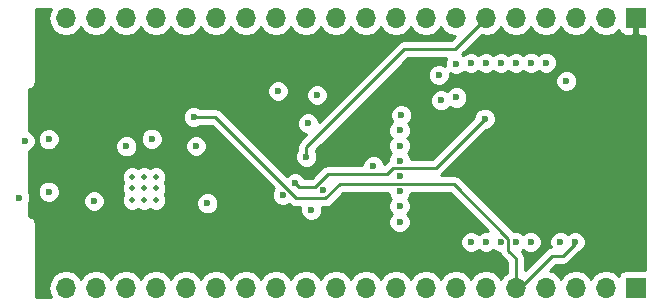
<source format=gbr>
G04 #@! TF.FileFunction,Copper,L2,Inr,Mixed*
%FSLAX46Y46*%
G04 Gerber Fmt 4.6, Leading zero omitted, Abs format (unit mm)*
G04 Created by KiCad (PCBNEW 4.0.4-stable) date 02/22/17 16:36:32*
%MOMM*%
%LPD*%
G01*
G04 APERTURE LIST*
%ADD10C,0.100000*%
%ADD11C,0.500000*%
%ADD12R,1.700000X1.700000*%
%ADD13O,1.700000X1.700000*%
%ADD14C,0.600000*%
%ADD15C,0.254000*%
G04 APERTURE END LIST*
D10*
D11*
X121840000Y-103000000D03*
X122840000Y-103000000D03*
X121840000Y-104000000D03*
X122840000Y-104000000D03*
X122840000Y-102000000D03*
X121840000Y-102000000D03*
X120840000Y-102000000D03*
X120840000Y-103000000D03*
X120840000Y-104000000D03*
D12*
X163490000Y-88570000D03*
D13*
X160950000Y-88570000D03*
X158410000Y-88570000D03*
X155870000Y-88570000D03*
X153330000Y-88570000D03*
X150790000Y-88570000D03*
X148250000Y-88570000D03*
X145710000Y-88570000D03*
X143170000Y-88570000D03*
X140630000Y-88570000D03*
X138090000Y-88570000D03*
X135550000Y-88570000D03*
X133010000Y-88570000D03*
X130470000Y-88570000D03*
X127930000Y-88570000D03*
X125390000Y-88570000D03*
X122850000Y-88570000D03*
X120310000Y-88570000D03*
X117770000Y-88570000D03*
X115230000Y-88570000D03*
D12*
X163490000Y-111430000D03*
D13*
X160950000Y-111430000D03*
X158410000Y-111430000D03*
X155870000Y-111430000D03*
X153330000Y-111430000D03*
X150790000Y-111430000D03*
X148250000Y-111430000D03*
X145710000Y-111430000D03*
X143170000Y-111430000D03*
X140630000Y-111430000D03*
X138090000Y-111430000D03*
X135550000Y-111430000D03*
X133010000Y-111430000D03*
X130470000Y-111430000D03*
X127930000Y-111430000D03*
X125390000Y-111430000D03*
X122850000Y-111430000D03*
X120310000Y-111430000D03*
X117770000Y-111430000D03*
X115230000Y-111430000D03*
D14*
X111290000Y-103810000D03*
X111740000Y-98980000D03*
X136985625Y-103145625D03*
X135720000Y-97490000D03*
X117620000Y-104070000D03*
X126610000Y-92650000D03*
X129360000Y-92650000D03*
X137400000Y-94300000D03*
X116980000Y-93220000D03*
X157600000Y-93900000D03*
X141260000Y-101110000D03*
X136010000Y-104800000D03*
X148300000Y-95300000D03*
X133200000Y-94740002D03*
X136500000Y-95100000D03*
X158330000Y-107540000D03*
X126050000Y-96960000D03*
X126241384Y-99403063D03*
X135600001Y-100299999D03*
X155880000Y-92350000D03*
X148270000Y-92443053D03*
X147000000Y-95550000D03*
X143480000Y-104490000D03*
X146800000Y-93400000D03*
X154610000Y-92360000D03*
X153330000Y-92370000D03*
X152060000Y-92380000D03*
X150790000Y-92380000D03*
X149520000Y-92370000D03*
X143627010Y-96772990D03*
X143480000Y-98080000D03*
X143480000Y-99380000D03*
X157105655Y-107540000D03*
X154570000Y-107540000D03*
X153330000Y-107540000D03*
X152060000Y-107540000D03*
X150810000Y-107540000D03*
X149530000Y-107540000D03*
X143480000Y-105846040D03*
X143480000Y-103240000D03*
X143480000Y-101922067D03*
X143480000Y-100640000D03*
X127210000Y-104260000D03*
X120360000Y-99430000D03*
X133591636Y-103548364D03*
X122487000Y-98802990D03*
X113780000Y-98830000D03*
X113780000Y-103280000D03*
X134640000Y-102545311D03*
X150700000Y-97100000D03*
X150700000Y-97100000D03*
D15*
X128048981Y-97118981D02*
X127890000Y-96960000D01*
X127890000Y-96960000D02*
X126050000Y-96960000D01*
X137190961Y-103827001D02*
X138404963Y-102612999D01*
X148070961Y-102612999D02*
X152702999Y-107245037D01*
X134757001Y-103827001D02*
X137190961Y-103827001D01*
X128047962Y-97120000D02*
X128048981Y-97118981D01*
X152702999Y-107245037D02*
X152702999Y-108302999D01*
X138404963Y-102612999D02*
X148070961Y-102612999D01*
X128048981Y-97118981D02*
X134757001Y-103827001D01*
X152702999Y-108302999D02*
X153330000Y-108930000D01*
X153330000Y-108930000D02*
X153330000Y-111430000D01*
X153330000Y-111430000D02*
X153670000Y-111430000D01*
X153670000Y-111430000D02*
X156400000Y-108700000D01*
X156400000Y-108700000D02*
X157300000Y-108700000D01*
X157300000Y-108700000D02*
X158330000Y-107670000D01*
X158330000Y-107670000D02*
X158330000Y-107540000D01*
X143900000Y-91200000D02*
X148160000Y-91200000D01*
X135600001Y-99499999D02*
X143900000Y-91200000D01*
X135600001Y-100299999D02*
X135600001Y-99499999D01*
X148160000Y-91200000D02*
X150790000Y-88570000D01*
X134640000Y-102545311D02*
X134939999Y-102845310D01*
X136357974Y-102845310D02*
X137403284Y-101800000D01*
X137403284Y-101800000D02*
X142400000Y-101800000D01*
X134939999Y-102845310D02*
X136357974Y-102845310D01*
X142400000Y-101800000D02*
X142932999Y-101267001D01*
X142932999Y-101267001D02*
X146532999Y-101267001D01*
X146532999Y-101267001D02*
X150700000Y-97100000D01*
G36*
X113858039Y-87972622D02*
X113745000Y-88540907D01*
X113745000Y-88599093D01*
X113858039Y-89167378D01*
X114179946Y-89649147D01*
X114661715Y-89971054D01*
X115230000Y-90084093D01*
X115798285Y-89971054D01*
X116280054Y-89649147D01*
X116500000Y-89319974D01*
X116719946Y-89649147D01*
X117201715Y-89971054D01*
X117770000Y-90084093D01*
X118338285Y-89971054D01*
X118820054Y-89649147D01*
X119040000Y-89319974D01*
X119259946Y-89649147D01*
X119741715Y-89971054D01*
X120310000Y-90084093D01*
X120878285Y-89971054D01*
X121360054Y-89649147D01*
X121580000Y-89319974D01*
X121799946Y-89649147D01*
X122281715Y-89971054D01*
X122850000Y-90084093D01*
X123418285Y-89971054D01*
X123900054Y-89649147D01*
X124120000Y-89319974D01*
X124339946Y-89649147D01*
X124821715Y-89971054D01*
X125390000Y-90084093D01*
X125958285Y-89971054D01*
X126440054Y-89649147D01*
X126660000Y-89319974D01*
X126879946Y-89649147D01*
X127361715Y-89971054D01*
X127930000Y-90084093D01*
X128498285Y-89971054D01*
X128980054Y-89649147D01*
X129200000Y-89319974D01*
X129419946Y-89649147D01*
X129901715Y-89971054D01*
X130470000Y-90084093D01*
X131038285Y-89971054D01*
X131520054Y-89649147D01*
X131740000Y-89319974D01*
X131959946Y-89649147D01*
X132441715Y-89971054D01*
X133010000Y-90084093D01*
X133578285Y-89971054D01*
X134060054Y-89649147D01*
X134280000Y-89319974D01*
X134499946Y-89649147D01*
X134981715Y-89971054D01*
X135550000Y-90084093D01*
X136118285Y-89971054D01*
X136600054Y-89649147D01*
X136820000Y-89319974D01*
X137039946Y-89649147D01*
X137521715Y-89971054D01*
X138090000Y-90084093D01*
X138658285Y-89971054D01*
X139140054Y-89649147D01*
X139360000Y-89319974D01*
X139579946Y-89649147D01*
X140061715Y-89971054D01*
X140630000Y-90084093D01*
X141198285Y-89971054D01*
X141680054Y-89649147D01*
X141900000Y-89319974D01*
X142119946Y-89649147D01*
X142601715Y-89971054D01*
X143170000Y-90084093D01*
X143738285Y-89971054D01*
X144220054Y-89649147D01*
X144440000Y-89319974D01*
X144659946Y-89649147D01*
X145141715Y-89971054D01*
X145710000Y-90084093D01*
X146278285Y-89971054D01*
X146760054Y-89649147D01*
X146980000Y-89319974D01*
X147199946Y-89649147D01*
X147681715Y-89971054D01*
X148206858Y-90075512D01*
X147844370Y-90438000D01*
X143900000Y-90438000D01*
X143608395Y-90496004D01*
X143361185Y-90661185D01*
X136655108Y-97367262D01*
X136655162Y-97304833D01*
X136513117Y-96961057D01*
X136250327Y-96697808D01*
X135906799Y-96555162D01*
X135534833Y-96554838D01*
X135191057Y-96696883D01*
X134927808Y-96959673D01*
X134785162Y-97303201D01*
X134784838Y-97675167D01*
X134926883Y-98018943D01*
X135189673Y-98282192D01*
X135533201Y-98424838D01*
X135597476Y-98424894D01*
X135061186Y-98961184D01*
X134896005Y-99208394D01*
X134838001Y-99499999D01*
X134838001Y-99739533D01*
X134807809Y-99769672D01*
X134665163Y-100113200D01*
X134664839Y-100485166D01*
X134806884Y-100828942D01*
X135069674Y-101092191D01*
X135413202Y-101234837D01*
X135785168Y-101235161D01*
X136128944Y-101093116D01*
X136392193Y-100830326D01*
X136534839Y-100486798D01*
X136535163Y-100114832D01*
X136397052Y-99780578D01*
X140442463Y-95735167D01*
X146064838Y-95735167D01*
X146206883Y-96078943D01*
X146469673Y-96342192D01*
X146813201Y-96484838D01*
X147185167Y-96485162D01*
X147528943Y-96343117D01*
X147777183Y-96095310D01*
X148113201Y-96234838D01*
X148485167Y-96235162D01*
X148828943Y-96093117D01*
X149092192Y-95830327D01*
X149234838Y-95486799D01*
X149235162Y-95114833D01*
X149093117Y-94771057D01*
X148830327Y-94507808D01*
X148486799Y-94365162D01*
X148114833Y-94364838D01*
X147771057Y-94506883D01*
X147522817Y-94754690D01*
X147186799Y-94615162D01*
X146814833Y-94614838D01*
X146471057Y-94756883D01*
X146207808Y-95019673D01*
X146065162Y-95363201D01*
X146064838Y-95735167D01*
X140442463Y-95735167D01*
X144215630Y-91962000D01*
X147457348Y-91962000D01*
X147335162Y-92256254D01*
X147334852Y-92612341D01*
X147330327Y-92607808D01*
X146986799Y-92465162D01*
X146614833Y-92464838D01*
X146271057Y-92606883D01*
X146007808Y-92869673D01*
X145865162Y-93213201D01*
X145864838Y-93585167D01*
X146006883Y-93928943D01*
X146269673Y-94192192D01*
X146613201Y-94334838D01*
X146985167Y-94335162D01*
X147328943Y-94193117D01*
X147437081Y-94085167D01*
X156664838Y-94085167D01*
X156806883Y-94428943D01*
X157069673Y-94692192D01*
X157413201Y-94834838D01*
X157785167Y-94835162D01*
X158128943Y-94693117D01*
X158392192Y-94430327D01*
X158534838Y-94086799D01*
X158535162Y-93714833D01*
X158393117Y-93371057D01*
X158130327Y-93107808D01*
X157786799Y-92965162D01*
X157414833Y-92964838D01*
X157071057Y-93106883D01*
X156807808Y-93369673D01*
X156665162Y-93713201D01*
X156664838Y-94085167D01*
X147437081Y-94085167D01*
X147592192Y-93930327D01*
X147734838Y-93586799D01*
X147735148Y-93230712D01*
X147739673Y-93235245D01*
X148083201Y-93377891D01*
X148455167Y-93378215D01*
X148798943Y-93236170D01*
X148931463Y-93103881D01*
X148989673Y-93162192D01*
X149333201Y-93304838D01*
X149705167Y-93305162D01*
X150048943Y-93163117D01*
X150149954Y-93062282D01*
X150259673Y-93172192D01*
X150603201Y-93314838D01*
X150975167Y-93315162D01*
X151318943Y-93173117D01*
X151424954Y-93067290D01*
X151529673Y-93172192D01*
X151873201Y-93314838D01*
X152245167Y-93315162D01*
X152588943Y-93173117D01*
X152699954Y-93062299D01*
X152799673Y-93162192D01*
X153143201Y-93304838D01*
X153515167Y-93305162D01*
X153858943Y-93163117D01*
X153974963Y-93047299D01*
X154079673Y-93152192D01*
X154423201Y-93294838D01*
X154795167Y-93295162D01*
X155138943Y-93153117D01*
X155249954Y-93042299D01*
X155349673Y-93142192D01*
X155693201Y-93284838D01*
X156065167Y-93285162D01*
X156408943Y-93143117D01*
X156672192Y-92880327D01*
X156814838Y-92536799D01*
X156815162Y-92164833D01*
X156673117Y-91821057D01*
X156410327Y-91557808D01*
X156066799Y-91415162D01*
X155694833Y-91414838D01*
X155351057Y-91556883D01*
X155240046Y-91667701D01*
X155140327Y-91567808D01*
X154796799Y-91425162D01*
X154424833Y-91424838D01*
X154081057Y-91566883D01*
X153965037Y-91682701D01*
X153860327Y-91577808D01*
X153516799Y-91435162D01*
X153144833Y-91434838D01*
X152801057Y-91576883D01*
X152690046Y-91687701D01*
X152590327Y-91587808D01*
X152246799Y-91445162D01*
X151874833Y-91444838D01*
X151531057Y-91586883D01*
X151425046Y-91692710D01*
X151320327Y-91587808D01*
X150976799Y-91445162D01*
X150604833Y-91444838D01*
X150261057Y-91586883D01*
X150160046Y-91687718D01*
X150050327Y-91577808D01*
X149706799Y-91435162D01*
X149334833Y-91434838D01*
X148991057Y-91576883D01*
X148858537Y-91709172D01*
X148800327Y-91650861D01*
X148790747Y-91646883D01*
X150425951Y-90011679D01*
X150790000Y-90084093D01*
X151358285Y-89971054D01*
X151840054Y-89649147D01*
X152060000Y-89319974D01*
X152279946Y-89649147D01*
X152761715Y-89971054D01*
X153330000Y-90084093D01*
X153898285Y-89971054D01*
X154380054Y-89649147D01*
X154600000Y-89319974D01*
X154819946Y-89649147D01*
X155301715Y-89971054D01*
X155870000Y-90084093D01*
X156438285Y-89971054D01*
X156920054Y-89649147D01*
X157140000Y-89319974D01*
X157359946Y-89649147D01*
X157841715Y-89971054D01*
X158410000Y-90084093D01*
X158978285Y-89971054D01*
X159460054Y-89649147D01*
X159680000Y-89319974D01*
X159899946Y-89649147D01*
X160381715Y-89971054D01*
X160950000Y-90084093D01*
X161518285Y-89971054D01*
X162000054Y-89649147D01*
X162029403Y-89605223D01*
X162101673Y-89779698D01*
X162280301Y-89958327D01*
X162513690Y-90055000D01*
X163204250Y-90055000D01*
X163363000Y-89896250D01*
X163363000Y-88697000D01*
X163343000Y-88697000D01*
X163343000Y-88443000D01*
X163363000Y-88443000D01*
X163363000Y-88423000D01*
X163617000Y-88423000D01*
X163617000Y-88443000D01*
X163637000Y-88443000D01*
X163637000Y-88697000D01*
X163617000Y-88697000D01*
X163617000Y-89896250D01*
X163775750Y-90055000D01*
X164290000Y-90055000D01*
X164290000Y-109932560D01*
X162640000Y-109932560D01*
X162404683Y-109976838D01*
X162188559Y-110115910D01*
X162043569Y-110328110D01*
X162029914Y-110395541D01*
X162000054Y-110350853D01*
X161518285Y-110028946D01*
X160950000Y-109915907D01*
X160381715Y-110028946D01*
X159899946Y-110350853D01*
X159680000Y-110680026D01*
X159460054Y-110350853D01*
X158978285Y-110028946D01*
X158410000Y-109915907D01*
X157841715Y-110028946D01*
X157359946Y-110350853D01*
X157140000Y-110680026D01*
X156920054Y-110350853D01*
X156438285Y-110028946D01*
X156196732Y-109980898D01*
X156715630Y-109462000D01*
X157300000Y-109462000D01*
X157591605Y-109403996D01*
X157838815Y-109238815D01*
X158663939Y-108413691D01*
X158858943Y-108333117D01*
X159122192Y-108070327D01*
X159264838Y-107726799D01*
X159265162Y-107354833D01*
X159123117Y-107011057D01*
X158860327Y-106747808D01*
X158516799Y-106605162D01*
X158144833Y-106604838D01*
X157801057Y-106746883D01*
X157717913Y-106829882D01*
X157635982Y-106747808D01*
X157292454Y-106605162D01*
X156920488Y-106604838D01*
X156576712Y-106746883D01*
X156313463Y-107009673D01*
X156170817Y-107353201D01*
X156170493Y-107725167D01*
X156269185Y-107964021D01*
X156108395Y-107996004D01*
X155861185Y-108161185D01*
X154092000Y-109930370D01*
X154092000Y-108930000D01*
X154033996Y-108638395D01*
X153924927Y-108475162D01*
X153868815Y-108391184D01*
X153824839Y-108347208D01*
X153858943Y-108333117D01*
X153949928Y-108242290D01*
X154039673Y-108332192D01*
X154383201Y-108474838D01*
X154755167Y-108475162D01*
X155098943Y-108333117D01*
X155362192Y-108070327D01*
X155504838Y-107726799D01*
X155505162Y-107354833D01*
X155363117Y-107011057D01*
X155100327Y-106747808D01*
X154756799Y-106605162D01*
X154384833Y-106604838D01*
X154041057Y-106746883D01*
X153950072Y-106837710D01*
X153860327Y-106747808D01*
X153516799Y-106605162D01*
X153144833Y-106604838D01*
X153141717Y-106606125D01*
X148609776Y-102074184D01*
X148362566Y-101909003D01*
X148070961Y-101850999D01*
X147004193Y-101850999D01*
X147071814Y-101805816D01*
X150842506Y-98035125D01*
X150885167Y-98035162D01*
X151228943Y-97893117D01*
X151492192Y-97630327D01*
X151634838Y-97286799D01*
X151635162Y-96914833D01*
X151493117Y-96571057D01*
X151230327Y-96307808D01*
X150886799Y-96165162D01*
X150514833Y-96164838D01*
X150171057Y-96306883D01*
X149907808Y-96569673D01*
X149765162Y-96913201D01*
X149765124Y-96957245D01*
X146217369Y-100505001D01*
X144415118Y-100505001D01*
X144415162Y-100454833D01*
X144273117Y-100111057D01*
X144172290Y-100010054D01*
X144272192Y-99910327D01*
X144414838Y-99566799D01*
X144415162Y-99194833D01*
X144273117Y-98851057D01*
X144152290Y-98730019D01*
X144272192Y-98610327D01*
X144414838Y-98266799D01*
X144415162Y-97894833D01*
X144273117Y-97551057D01*
X144222162Y-97500013D01*
X144419202Y-97303317D01*
X144561848Y-96959789D01*
X144562172Y-96587823D01*
X144420127Y-96244047D01*
X144157337Y-95980798D01*
X143813809Y-95838152D01*
X143441843Y-95837828D01*
X143098067Y-95979873D01*
X142834818Y-96242663D01*
X142692172Y-96586191D01*
X142691848Y-96958157D01*
X142833893Y-97301933D01*
X142884848Y-97352977D01*
X142687808Y-97549673D01*
X142545162Y-97893201D01*
X142544838Y-98265167D01*
X142686883Y-98608943D01*
X142807710Y-98729981D01*
X142687808Y-98849673D01*
X142545162Y-99193201D01*
X142544838Y-99565167D01*
X142686883Y-99908943D01*
X142787710Y-100009946D01*
X142687808Y-100109673D01*
X142545162Y-100453201D01*
X142545010Y-100627407D01*
X142394183Y-100728186D01*
X142195160Y-100927209D01*
X142195162Y-100924833D01*
X142053117Y-100581057D01*
X141790327Y-100317808D01*
X141446799Y-100175162D01*
X141074833Y-100174838D01*
X140731057Y-100316883D01*
X140467808Y-100579673D01*
X140325162Y-100923201D01*
X140325062Y-101038000D01*
X137403284Y-101038000D01*
X137111680Y-101096003D01*
X136864469Y-101261184D01*
X136042344Y-102083310D01*
X135460777Y-102083310D01*
X135433117Y-102016368D01*
X135170327Y-101753119D01*
X134826799Y-101610473D01*
X134454833Y-101610149D01*
X134111057Y-101752194D01*
X133935287Y-101927657D01*
X128428815Y-96421185D01*
X128391129Y-96396004D01*
X128181605Y-96256004D01*
X127890000Y-96198000D01*
X126610466Y-96198000D01*
X126580327Y-96167808D01*
X126236799Y-96025162D01*
X125864833Y-96024838D01*
X125521057Y-96166883D01*
X125257808Y-96429673D01*
X125115162Y-96773201D01*
X125114838Y-97145167D01*
X125256883Y-97488943D01*
X125519673Y-97752192D01*
X125863201Y-97894838D01*
X126235167Y-97895162D01*
X126578943Y-97753117D01*
X126610114Y-97722000D01*
X127574370Y-97722000D01*
X132834956Y-102982586D01*
X132799444Y-103018037D01*
X132656798Y-103361565D01*
X132656474Y-103733531D01*
X132798519Y-104077307D01*
X133061309Y-104340556D01*
X133404837Y-104483202D01*
X133776803Y-104483526D01*
X134120579Y-104341481D01*
X134157247Y-104304877D01*
X134218186Y-104365816D01*
X134465396Y-104530997D01*
X134757001Y-104589001D01*
X135085211Y-104589001D01*
X135075162Y-104613201D01*
X135074838Y-104985167D01*
X135216883Y-105328943D01*
X135479673Y-105592192D01*
X135823201Y-105734838D01*
X136195167Y-105735162D01*
X136538943Y-105593117D01*
X136802192Y-105330327D01*
X136944838Y-104986799D01*
X136945162Y-104614833D01*
X136934488Y-104589001D01*
X137190961Y-104589001D01*
X137482566Y-104530997D01*
X137729776Y-104365816D01*
X138720593Y-103374999D01*
X142544882Y-103374999D01*
X142544838Y-103425167D01*
X142686883Y-103768943D01*
X142782710Y-103864937D01*
X142687808Y-103959673D01*
X142545162Y-104303201D01*
X142544838Y-104675167D01*
X142686883Y-105018943D01*
X142835729Y-105168049D01*
X142687808Y-105315713D01*
X142545162Y-105659241D01*
X142544838Y-106031207D01*
X142686883Y-106374983D01*
X142949673Y-106638232D01*
X143293201Y-106780878D01*
X143665167Y-106781202D01*
X144008943Y-106639157D01*
X144272192Y-106376367D01*
X144414838Y-106032839D01*
X144415162Y-105660873D01*
X144273117Y-105317097D01*
X144124271Y-105167991D01*
X144272192Y-105020327D01*
X144414838Y-104676799D01*
X144415162Y-104304833D01*
X144273117Y-103961057D01*
X144177290Y-103865063D01*
X144272192Y-103770327D01*
X144414838Y-103426799D01*
X144414883Y-103374999D01*
X147755331Y-103374999D01*
X150985484Y-106605152D01*
X150624833Y-106604838D01*
X150281057Y-106746883D01*
X150170037Y-106857710D01*
X150060327Y-106747808D01*
X149716799Y-106605162D01*
X149344833Y-106604838D01*
X149001057Y-106746883D01*
X148737808Y-107009673D01*
X148595162Y-107353201D01*
X148594838Y-107725167D01*
X148736883Y-108068943D01*
X148999673Y-108332192D01*
X149343201Y-108474838D01*
X149715167Y-108475162D01*
X150058943Y-108333117D01*
X150169963Y-108222290D01*
X150279673Y-108332192D01*
X150623201Y-108474838D01*
X150995167Y-108475162D01*
X151338943Y-108333117D01*
X151434937Y-108237290D01*
X151529673Y-108332192D01*
X151873201Y-108474838D01*
X151975198Y-108474927D01*
X151999003Y-108594604D01*
X152069427Y-108700000D01*
X152164184Y-108841814D01*
X152568000Y-109245631D01*
X152568000Y-110158382D01*
X152279946Y-110350853D01*
X152060000Y-110680026D01*
X151840054Y-110350853D01*
X151358285Y-110028946D01*
X150790000Y-109915907D01*
X150221715Y-110028946D01*
X149739946Y-110350853D01*
X149520000Y-110680026D01*
X149300054Y-110350853D01*
X148818285Y-110028946D01*
X148250000Y-109915907D01*
X147681715Y-110028946D01*
X147199946Y-110350853D01*
X146980000Y-110680026D01*
X146760054Y-110350853D01*
X146278285Y-110028946D01*
X145710000Y-109915907D01*
X145141715Y-110028946D01*
X144659946Y-110350853D01*
X144440000Y-110680026D01*
X144220054Y-110350853D01*
X143738285Y-110028946D01*
X143170000Y-109915907D01*
X142601715Y-110028946D01*
X142119946Y-110350853D01*
X141900000Y-110680026D01*
X141680054Y-110350853D01*
X141198285Y-110028946D01*
X140630000Y-109915907D01*
X140061715Y-110028946D01*
X139579946Y-110350853D01*
X139360000Y-110680026D01*
X139140054Y-110350853D01*
X138658285Y-110028946D01*
X138090000Y-109915907D01*
X137521715Y-110028946D01*
X137039946Y-110350853D01*
X136820000Y-110680026D01*
X136600054Y-110350853D01*
X136118285Y-110028946D01*
X135550000Y-109915907D01*
X134981715Y-110028946D01*
X134499946Y-110350853D01*
X134280000Y-110680026D01*
X134060054Y-110350853D01*
X133578285Y-110028946D01*
X133010000Y-109915907D01*
X132441715Y-110028946D01*
X131959946Y-110350853D01*
X131740000Y-110680026D01*
X131520054Y-110350853D01*
X131038285Y-110028946D01*
X130470000Y-109915907D01*
X129901715Y-110028946D01*
X129419946Y-110350853D01*
X129200000Y-110680026D01*
X128980054Y-110350853D01*
X128498285Y-110028946D01*
X127930000Y-109915907D01*
X127361715Y-110028946D01*
X126879946Y-110350853D01*
X126660000Y-110680026D01*
X126440054Y-110350853D01*
X125958285Y-110028946D01*
X125390000Y-109915907D01*
X124821715Y-110028946D01*
X124339946Y-110350853D01*
X124120000Y-110680026D01*
X123900054Y-110350853D01*
X123418285Y-110028946D01*
X122850000Y-109915907D01*
X122281715Y-110028946D01*
X121799946Y-110350853D01*
X121580000Y-110680026D01*
X121360054Y-110350853D01*
X120878285Y-110028946D01*
X120310000Y-109915907D01*
X119741715Y-110028946D01*
X119259946Y-110350853D01*
X119040000Y-110680026D01*
X118820054Y-110350853D01*
X118338285Y-110028946D01*
X117770000Y-109915907D01*
X117201715Y-110028946D01*
X116719946Y-110350853D01*
X116500000Y-110680026D01*
X116280054Y-110350853D01*
X115798285Y-110028946D01*
X115230000Y-109915907D01*
X114661715Y-110028946D01*
X114179946Y-110350853D01*
X113858039Y-110832622D01*
X113745000Y-111400907D01*
X113745000Y-111459093D01*
X113858039Y-112027378D01*
X113980063Y-112210000D01*
X112710000Y-112210000D01*
X112710000Y-106048000D01*
X112655954Y-105776295D01*
X112502046Y-105545954D01*
X112271705Y-105392046D01*
X112129921Y-105363843D01*
X112130351Y-104255167D01*
X116684838Y-104255167D01*
X116826883Y-104598943D01*
X117089673Y-104862192D01*
X117433201Y-105004838D01*
X117805167Y-105005162D01*
X118148943Y-104863117D01*
X118412192Y-104600327D01*
X118554838Y-104256799D01*
X118555162Y-103884833D01*
X118413117Y-103541057D01*
X118150327Y-103277808D01*
X117806799Y-103135162D01*
X117434833Y-103134838D01*
X117091057Y-103276883D01*
X116827808Y-103539673D01*
X116685162Y-103883201D01*
X116684838Y-104255167D01*
X112130351Y-104255167D01*
X112130363Y-104224320D01*
X112224838Y-103996799D01*
X112225162Y-103624833D01*
X112159190Y-103465167D01*
X112844838Y-103465167D01*
X112986883Y-103808943D01*
X113249673Y-104072192D01*
X113593201Y-104214838D01*
X113965167Y-104215162D01*
X114308943Y-104073117D01*
X114572192Y-103810327D01*
X114714838Y-103466799D01*
X114715162Y-103094833D01*
X114573117Y-102751057D01*
X114310327Y-102487808D01*
X113966799Y-102345162D01*
X113594833Y-102344838D01*
X113251057Y-102486883D01*
X112987808Y-102749673D01*
X112845162Y-103093201D01*
X112844838Y-103465167D01*
X112159190Y-103465167D01*
X112130684Y-103396177D01*
X112131157Y-102175265D01*
X119954847Y-102175265D01*
X120089189Y-102500398D01*
X119955154Y-102823190D01*
X119954847Y-103175265D01*
X120089189Y-103500398D01*
X119955154Y-103823190D01*
X119954847Y-104175265D01*
X120089296Y-104500657D01*
X120338033Y-104749829D01*
X120663190Y-104884846D01*
X121015265Y-104885153D01*
X121340398Y-104750811D01*
X121663190Y-104884846D01*
X122015265Y-104885153D01*
X122340398Y-104750811D01*
X122663190Y-104884846D01*
X123015265Y-104885153D01*
X123340657Y-104750704D01*
X123589829Y-104501967D01*
X123613414Y-104445167D01*
X126274838Y-104445167D01*
X126416883Y-104788943D01*
X126679673Y-105052192D01*
X127023201Y-105194838D01*
X127395167Y-105195162D01*
X127738943Y-105053117D01*
X128002192Y-104790327D01*
X128144838Y-104446799D01*
X128145162Y-104074833D01*
X128003117Y-103731057D01*
X127740327Y-103467808D01*
X127396799Y-103325162D01*
X127024833Y-103324838D01*
X126681057Y-103466883D01*
X126417808Y-103729673D01*
X126275162Y-104073201D01*
X126274838Y-104445167D01*
X123613414Y-104445167D01*
X123724846Y-104176810D01*
X123725153Y-103824735D01*
X123590811Y-103499602D01*
X123724846Y-103176810D01*
X123725153Y-102824735D01*
X123590811Y-102499602D01*
X123724846Y-102176810D01*
X123725153Y-101824735D01*
X123590704Y-101499343D01*
X123341967Y-101250171D01*
X123016810Y-101115154D01*
X122664735Y-101114847D01*
X122339602Y-101249189D01*
X122016810Y-101115154D01*
X121664735Y-101114847D01*
X121339602Y-101249189D01*
X121016810Y-101115154D01*
X120664735Y-101114847D01*
X120339343Y-101249296D01*
X120090171Y-101498033D01*
X119955154Y-101823190D01*
X119954847Y-102175265D01*
X112131157Y-102175265D01*
X112132066Y-99829673D01*
X112268943Y-99773117D01*
X112532192Y-99510327D01*
X112674838Y-99166799D01*
X112674970Y-99015167D01*
X112844838Y-99015167D01*
X112986883Y-99358943D01*
X113249673Y-99622192D01*
X113593201Y-99764838D01*
X113965167Y-99765162D01*
X114308943Y-99623117D01*
X114316906Y-99615167D01*
X119424838Y-99615167D01*
X119566883Y-99958943D01*
X119829673Y-100222192D01*
X120173201Y-100364838D01*
X120545167Y-100365162D01*
X120888943Y-100223117D01*
X121152192Y-99960327D01*
X121294838Y-99616799D01*
X121295162Y-99244833D01*
X121189106Y-98988157D01*
X121551838Y-98988157D01*
X121693883Y-99331933D01*
X121956673Y-99595182D01*
X122300201Y-99737828D01*
X122672167Y-99738152D01*
X123015943Y-99596107D01*
X123023833Y-99588230D01*
X125306222Y-99588230D01*
X125448267Y-99932006D01*
X125711057Y-100195255D01*
X126054585Y-100337901D01*
X126426551Y-100338225D01*
X126770327Y-100196180D01*
X127033576Y-99933390D01*
X127176222Y-99589862D01*
X127176546Y-99217896D01*
X127034501Y-98874120D01*
X126771711Y-98610871D01*
X126428183Y-98468225D01*
X126056217Y-98467901D01*
X125712441Y-98609946D01*
X125449192Y-98872736D01*
X125306546Y-99216264D01*
X125306222Y-99588230D01*
X123023833Y-99588230D01*
X123279192Y-99333317D01*
X123421838Y-98989789D01*
X123422162Y-98617823D01*
X123280117Y-98274047D01*
X123017327Y-98010798D01*
X122673799Y-97868152D01*
X122301833Y-97867828D01*
X121958057Y-98009873D01*
X121694808Y-98272663D01*
X121552162Y-98616191D01*
X121551838Y-98988157D01*
X121189106Y-98988157D01*
X121153117Y-98901057D01*
X120890327Y-98637808D01*
X120546799Y-98495162D01*
X120174833Y-98494838D01*
X119831057Y-98636883D01*
X119567808Y-98899673D01*
X119425162Y-99243201D01*
X119424838Y-99615167D01*
X114316906Y-99615167D01*
X114572192Y-99360327D01*
X114714838Y-99016799D01*
X114715162Y-98644833D01*
X114573117Y-98301057D01*
X114310327Y-98037808D01*
X113966799Y-97895162D01*
X113594833Y-97894838D01*
X113251057Y-98036883D01*
X112987808Y-98299673D01*
X112845162Y-98643201D01*
X112844838Y-99015167D01*
X112674970Y-99015167D01*
X112675162Y-98794833D01*
X112533117Y-98451057D01*
X112270327Y-98187808D01*
X112132725Y-98130670D01*
X112133967Y-94925169D01*
X132264838Y-94925169D01*
X132406883Y-95268945D01*
X132669673Y-95532194D01*
X133013201Y-95674840D01*
X133385167Y-95675164D01*
X133728943Y-95533119D01*
X133977328Y-95285167D01*
X135564838Y-95285167D01*
X135706883Y-95628943D01*
X135969673Y-95892192D01*
X136313201Y-96034838D01*
X136685167Y-96035162D01*
X137028943Y-95893117D01*
X137292192Y-95630327D01*
X137434838Y-95286799D01*
X137435162Y-94914833D01*
X137293117Y-94571057D01*
X137030327Y-94307808D01*
X136686799Y-94165162D01*
X136314833Y-94164838D01*
X135971057Y-94306883D01*
X135707808Y-94569673D01*
X135565162Y-94913201D01*
X135564838Y-95285167D01*
X133977328Y-95285167D01*
X133992192Y-95270329D01*
X134134838Y-94926801D01*
X134135162Y-94554835D01*
X133993117Y-94211059D01*
X133730327Y-93947810D01*
X133386799Y-93805164D01*
X133014833Y-93804840D01*
X132671057Y-93946885D01*
X132407808Y-94209675D01*
X132265162Y-94553203D01*
X132264838Y-94925169D01*
X112133967Y-94925169D01*
X112134084Y-94623329D01*
X112271705Y-94595954D01*
X112502046Y-94442046D01*
X112655954Y-94211705D01*
X112710000Y-93940000D01*
X112710000Y-87790000D01*
X113980063Y-87790000D01*
X113858039Y-87972622D01*
X113858039Y-87972622D01*
G37*
X113858039Y-87972622D02*
X113745000Y-88540907D01*
X113745000Y-88599093D01*
X113858039Y-89167378D01*
X114179946Y-89649147D01*
X114661715Y-89971054D01*
X115230000Y-90084093D01*
X115798285Y-89971054D01*
X116280054Y-89649147D01*
X116500000Y-89319974D01*
X116719946Y-89649147D01*
X117201715Y-89971054D01*
X117770000Y-90084093D01*
X118338285Y-89971054D01*
X118820054Y-89649147D01*
X119040000Y-89319974D01*
X119259946Y-89649147D01*
X119741715Y-89971054D01*
X120310000Y-90084093D01*
X120878285Y-89971054D01*
X121360054Y-89649147D01*
X121580000Y-89319974D01*
X121799946Y-89649147D01*
X122281715Y-89971054D01*
X122850000Y-90084093D01*
X123418285Y-89971054D01*
X123900054Y-89649147D01*
X124120000Y-89319974D01*
X124339946Y-89649147D01*
X124821715Y-89971054D01*
X125390000Y-90084093D01*
X125958285Y-89971054D01*
X126440054Y-89649147D01*
X126660000Y-89319974D01*
X126879946Y-89649147D01*
X127361715Y-89971054D01*
X127930000Y-90084093D01*
X128498285Y-89971054D01*
X128980054Y-89649147D01*
X129200000Y-89319974D01*
X129419946Y-89649147D01*
X129901715Y-89971054D01*
X130470000Y-90084093D01*
X131038285Y-89971054D01*
X131520054Y-89649147D01*
X131740000Y-89319974D01*
X131959946Y-89649147D01*
X132441715Y-89971054D01*
X133010000Y-90084093D01*
X133578285Y-89971054D01*
X134060054Y-89649147D01*
X134280000Y-89319974D01*
X134499946Y-89649147D01*
X134981715Y-89971054D01*
X135550000Y-90084093D01*
X136118285Y-89971054D01*
X136600054Y-89649147D01*
X136820000Y-89319974D01*
X137039946Y-89649147D01*
X137521715Y-89971054D01*
X138090000Y-90084093D01*
X138658285Y-89971054D01*
X139140054Y-89649147D01*
X139360000Y-89319974D01*
X139579946Y-89649147D01*
X140061715Y-89971054D01*
X140630000Y-90084093D01*
X141198285Y-89971054D01*
X141680054Y-89649147D01*
X141900000Y-89319974D01*
X142119946Y-89649147D01*
X142601715Y-89971054D01*
X143170000Y-90084093D01*
X143738285Y-89971054D01*
X144220054Y-89649147D01*
X144440000Y-89319974D01*
X144659946Y-89649147D01*
X145141715Y-89971054D01*
X145710000Y-90084093D01*
X146278285Y-89971054D01*
X146760054Y-89649147D01*
X146980000Y-89319974D01*
X147199946Y-89649147D01*
X147681715Y-89971054D01*
X148206858Y-90075512D01*
X147844370Y-90438000D01*
X143900000Y-90438000D01*
X143608395Y-90496004D01*
X143361185Y-90661185D01*
X136655108Y-97367262D01*
X136655162Y-97304833D01*
X136513117Y-96961057D01*
X136250327Y-96697808D01*
X135906799Y-96555162D01*
X135534833Y-96554838D01*
X135191057Y-96696883D01*
X134927808Y-96959673D01*
X134785162Y-97303201D01*
X134784838Y-97675167D01*
X134926883Y-98018943D01*
X135189673Y-98282192D01*
X135533201Y-98424838D01*
X135597476Y-98424894D01*
X135061186Y-98961184D01*
X134896005Y-99208394D01*
X134838001Y-99499999D01*
X134838001Y-99739533D01*
X134807809Y-99769672D01*
X134665163Y-100113200D01*
X134664839Y-100485166D01*
X134806884Y-100828942D01*
X135069674Y-101092191D01*
X135413202Y-101234837D01*
X135785168Y-101235161D01*
X136128944Y-101093116D01*
X136392193Y-100830326D01*
X136534839Y-100486798D01*
X136535163Y-100114832D01*
X136397052Y-99780578D01*
X140442463Y-95735167D01*
X146064838Y-95735167D01*
X146206883Y-96078943D01*
X146469673Y-96342192D01*
X146813201Y-96484838D01*
X147185167Y-96485162D01*
X147528943Y-96343117D01*
X147777183Y-96095310D01*
X148113201Y-96234838D01*
X148485167Y-96235162D01*
X148828943Y-96093117D01*
X149092192Y-95830327D01*
X149234838Y-95486799D01*
X149235162Y-95114833D01*
X149093117Y-94771057D01*
X148830327Y-94507808D01*
X148486799Y-94365162D01*
X148114833Y-94364838D01*
X147771057Y-94506883D01*
X147522817Y-94754690D01*
X147186799Y-94615162D01*
X146814833Y-94614838D01*
X146471057Y-94756883D01*
X146207808Y-95019673D01*
X146065162Y-95363201D01*
X146064838Y-95735167D01*
X140442463Y-95735167D01*
X144215630Y-91962000D01*
X147457348Y-91962000D01*
X147335162Y-92256254D01*
X147334852Y-92612341D01*
X147330327Y-92607808D01*
X146986799Y-92465162D01*
X146614833Y-92464838D01*
X146271057Y-92606883D01*
X146007808Y-92869673D01*
X145865162Y-93213201D01*
X145864838Y-93585167D01*
X146006883Y-93928943D01*
X146269673Y-94192192D01*
X146613201Y-94334838D01*
X146985167Y-94335162D01*
X147328943Y-94193117D01*
X147437081Y-94085167D01*
X156664838Y-94085167D01*
X156806883Y-94428943D01*
X157069673Y-94692192D01*
X157413201Y-94834838D01*
X157785167Y-94835162D01*
X158128943Y-94693117D01*
X158392192Y-94430327D01*
X158534838Y-94086799D01*
X158535162Y-93714833D01*
X158393117Y-93371057D01*
X158130327Y-93107808D01*
X157786799Y-92965162D01*
X157414833Y-92964838D01*
X157071057Y-93106883D01*
X156807808Y-93369673D01*
X156665162Y-93713201D01*
X156664838Y-94085167D01*
X147437081Y-94085167D01*
X147592192Y-93930327D01*
X147734838Y-93586799D01*
X147735148Y-93230712D01*
X147739673Y-93235245D01*
X148083201Y-93377891D01*
X148455167Y-93378215D01*
X148798943Y-93236170D01*
X148931463Y-93103881D01*
X148989673Y-93162192D01*
X149333201Y-93304838D01*
X149705167Y-93305162D01*
X150048943Y-93163117D01*
X150149954Y-93062282D01*
X150259673Y-93172192D01*
X150603201Y-93314838D01*
X150975167Y-93315162D01*
X151318943Y-93173117D01*
X151424954Y-93067290D01*
X151529673Y-93172192D01*
X151873201Y-93314838D01*
X152245167Y-93315162D01*
X152588943Y-93173117D01*
X152699954Y-93062299D01*
X152799673Y-93162192D01*
X153143201Y-93304838D01*
X153515167Y-93305162D01*
X153858943Y-93163117D01*
X153974963Y-93047299D01*
X154079673Y-93152192D01*
X154423201Y-93294838D01*
X154795167Y-93295162D01*
X155138943Y-93153117D01*
X155249954Y-93042299D01*
X155349673Y-93142192D01*
X155693201Y-93284838D01*
X156065167Y-93285162D01*
X156408943Y-93143117D01*
X156672192Y-92880327D01*
X156814838Y-92536799D01*
X156815162Y-92164833D01*
X156673117Y-91821057D01*
X156410327Y-91557808D01*
X156066799Y-91415162D01*
X155694833Y-91414838D01*
X155351057Y-91556883D01*
X155240046Y-91667701D01*
X155140327Y-91567808D01*
X154796799Y-91425162D01*
X154424833Y-91424838D01*
X154081057Y-91566883D01*
X153965037Y-91682701D01*
X153860327Y-91577808D01*
X153516799Y-91435162D01*
X153144833Y-91434838D01*
X152801057Y-91576883D01*
X152690046Y-91687701D01*
X152590327Y-91587808D01*
X152246799Y-91445162D01*
X151874833Y-91444838D01*
X151531057Y-91586883D01*
X151425046Y-91692710D01*
X151320327Y-91587808D01*
X150976799Y-91445162D01*
X150604833Y-91444838D01*
X150261057Y-91586883D01*
X150160046Y-91687718D01*
X150050327Y-91577808D01*
X149706799Y-91435162D01*
X149334833Y-91434838D01*
X148991057Y-91576883D01*
X148858537Y-91709172D01*
X148800327Y-91650861D01*
X148790747Y-91646883D01*
X150425951Y-90011679D01*
X150790000Y-90084093D01*
X151358285Y-89971054D01*
X151840054Y-89649147D01*
X152060000Y-89319974D01*
X152279946Y-89649147D01*
X152761715Y-89971054D01*
X153330000Y-90084093D01*
X153898285Y-89971054D01*
X154380054Y-89649147D01*
X154600000Y-89319974D01*
X154819946Y-89649147D01*
X155301715Y-89971054D01*
X155870000Y-90084093D01*
X156438285Y-89971054D01*
X156920054Y-89649147D01*
X157140000Y-89319974D01*
X157359946Y-89649147D01*
X157841715Y-89971054D01*
X158410000Y-90084093D01*
X158978285Y-89971054D01*
X159460054Y-89649147D01*
X159680000Y-89319974D01*
X159899946Y-89649147D01*
X160381715Y-89971054D01*
X160950000Y-90084093D01*
X161518285Y-89971054D01*
X162000054Y-89649147D01*
X162029403Y-89605223D01*
X162101673Y-89779698D01*
X162280301Y-89958327D01*
X162513690Y-90055000D01*
X163204250Y-90055000D01*
X163363000Y-89896250D01*
X163363000Y-88697000D01*
X163343000Y-88697000D01*
X163343000Y-88443000D01*
X163363000Y-88443000D01*
X163363000Y-88423000D01*
X163617000Y-88423000D01*
X163617000Y-88443000D01*
X163637000Y-88443000D01*
X163637000Y-88697000D01*
X163617000Y-88697000D01*
X163617000Y-89896250D01*
X163775750Y-90055000D01*
X164290000Y-90055000D01*
X164290000Y-109932560D01*
X162640000Y-109932560D01*
X162404683Y-109976838D01*
X162188559Y-110115910D01*
X162043569Y-110328110D01*
X162029914Y-110395541D01*
X162000054Y-110350853D01*
X161518285Y-110028946D01*
X160950000Y-109915907D01*
X160381715Y-110028946D01*
X159899946Y-110350853D01*
X159680000Y-110680026D01*
X159460054Y-110350853D01*
X158978285Y-110028946D01*
X158410000Y-109915907D01*
X157841715Y-110028946D01*
X157359946Y-110350853D01*
X157140000Y-110680026D01*
X156920054Y-110350853D01*
X156438285Y-110028946D01*
X156196732Y-109980898D01*
X156715630Y-109462000D01*
X157300000Y-109462000D01*
X157591605Y-109403996D01*
X157838815Y-109238815D01*
X158663939Y-108413691D01*
X158858943Y-108333117D01*
X159122192Y-108070327D01*
X159264838Y-107726799D01*
X159265162Y-107354833D01*
X159123117Y-107011057D01*
X158860327Y-106747808D01*
X158516799Y-106605162D01*
X158144833Y-106604838D01*
X157801057Y-106746883D01*
X157717913Y-106829882D01*
X157635982Y-106747808D01*
X157292454Y-106605162D01*
X156920488Y-106604838D01*
X156576712Y-106746883D01*
X156313463Y-107009673D01*
X156170817Y-107353201D01*
X156170493Y-107725167D01*
X156269185Y-107964021D01*
X156108395Y-107996004D01*
X155861185Y-108161185D01*
X154092000Y-109930370D01*
X154092000Y-108930000D01*
X154033996Y-108638395D01*
X153924927Y-108475162D01*
X153868815Y-108391184D01*
X153824839Y-108347208D01*
X153858943Y-108333117D01*
X153949928Y-108242290D01*
X154039673Y-108332192D01*
X154383201Y-108474838D01*
X154755167Y-108475162D01*
X155098943Y-108333117D01*
X155362192Y-108070327D01*
X155504838Y-107726799D01*
X155505162Y-107354833D01*
X155363117Y-107011057D01*
X155100327Y-106747808D01*
X154756799Y-106605162D01*
X154384833Y-106604838D01*
X154041057Y-106746883D01*
X153950072Y-106837710D01*
X153860327Y-106747808D01*
X153516799Y-106605162D01*
X153144833Y-106604838D01*
X153141717Y-106606125D01*
X148609776Y-102074184D01*
X148362566Y-101909003D01*
X148070961Y-101850999D01*
X147004193Y-101850999D01*
X147071814Y-101805816D01*
X150842506Y-98035125D01*
X150885167Y-98035162D01*
X151228943Y-97893117D01*
X151492192Y-97630327D01*
X151634838Y-97286799D01*
X151635162Y-96914833D01*
X151493117Y-96571057D01*
X151230327Y-96307808D01*
X150886799Y-96165162D01*
X150514833Y-96164838D01*
X150171057Y-96306883D01*
X149907808Y-96569673D01*
X149765162Y-96913201D01*
X149765124Y-96957245D01*
X146217369Y-100505001D01*
X144415118Y-100505001D01*
X144415162Y-100454833D01*
X144273117Y-100111057D01*
X144172290Y-100010054D01*
X144272192Y-99910327D01*
X144414838Y-99566799D01*
X144415162Y-99194833D01*
X144273117Y-98851057D01*
X144152290Y-98730019D01*
X144272192Y-98610327D01*
X144414838Y-98266799D01*
X144415162Y-97894833D01*
X144273117Y-97551057D01*
X144222162Y-97500013D01*
X144419202Y-97303317D01*
X144561848Y-96959789D01*
X144562172Y-96587823D01*
X144420127Y-96244047D01*
X144157337Y-95980798D01*
X143813809Y-95838152D01*
X143441843Y-95837828D01*
X143098067Y-95979873D01*
X142834818Y-96242663D01*
X142692172Y-96586191D01*
X142691848Y-96958157D01*
X142833893Y-97301933D01*
X142884848Y-97352977D01*
X142687808Y-97549673D01*
X142545162Y-97893201D01*
X142544838Y-98265167D01*
X142686883Y-98608943D01*
X142807710Y-98729981D01*
X142687808Y-98849673D01*
X142545162Y-99193201D01*
X142544838Y-99565167D01*
X142686883Y-99908943D01*
X142787710Y-100009946D01*
X142687808Y-100109673D01*
X142545162Y-100453201D01*
X142545010Y-100627407D01*
X142394183Y-100728186D01*
X142195160Y-100927209D01*
X142195162Y-100924833D01*
X142053117Y-100581057D01*
X141790327Y-100317808D01*
X141446799Y-100175162D01*
X141074833Y-100174838D01*
X140731057Y-100316883D01*
X140467808Y-100579673D01*
X140325162Y-100923201D01*
X140325062Y-101038000D01*
X137403284Y-101038000D01*
X137111680Y-101096003D01*
X136864469Y-101261184D01*
X136042344Y-102083310D01*
X135460777Y-102083310D01*
X135433117Y-102016368D01*
X135170327Y-101753119D01*
X134826799Y-101610473D01*
X134454833Y-101610149D01*
X134111057Y-101752194D01*
X133935287Y-101927657D01*
X128428815Y-96421185D01*
X128391129Y-96396004D01*
X128181605Y-96256004D01*
X127890000Y-96198000D01*
X126610466Y-96198000D01*
X126580327Y-96167808D01*
X126236799Y-96025162D01*
X125864833Y-96024838D01*
X125521057Y-96166883D01*
X125257808Y-96429673D01*
X125115162Y-96773201D01*
X125114838Y-97145167D01*
X125256883Y-97488943D01*
X125519673Y-97752192D01*
X125863201Y-97894838D01*
X126235167Y-97895162D01*
X126578943Y-97753117D01*
X126610114Y-97722000D01*
X127574370Y-97722000D01*
X132834956Y-102982586D01*
X132799444Y-103018037D01*
X132656798Y-103361565D01*
X132656474Y-103733531D01*
X132798519Y-104077307D01*
X133061309Y-104340556D01*
X133404837Y-104483202D01*
X133776803Y-104483526D01*
X134120579Y-104341481D01*
X134157247Y-104304877D01*
X134218186Y-104365816D01*
X134465396Y-104530997D01*
X134757001Y-104589001D01*
X135085211Y-104589001D01*
X135075162Y-104613201D01*
X135074838Y-104985167D01*
X135216883Y-105328943D01*
X135479673Y-105592192D01*
X135823201Y-105734838D01*
X136195167Y-105735162D01*
X136538943Y-105593117D01*
X136802192Y-105330327D01*
X136944838Y-104986799D01*
X136945162Y-104614833D01*
X136934488Y-104589001D01*
X137190961Y-104589001D01*
X137482566Y-104530997D01*
X137729776Y-104365816D01*
X138720593Y-103374999D01*
X142544882Y-103374999D01*
X142544838Y-103425167D01*
X142686883Y-103768943D01*
X142782710Y-103864937D01*
X142687808Y-103959673D01*
X142545162Y-104303201D01*
X142544838Y-104675167D01*
X142686883Y-105018943D01*
X142835729Y-105168049D01*
X142687808Y-105315713D01*
X142545162Y-105659241D01*
X142544838Y-106031207D01*
X142686883Y-106374983D01*
X142949673Y-106638232D01*
X143293201Y-106780878D01*
X143665167Y-106781202D01*
X144008943Y-106639157D01*
X144272192Y-106376367D01*
X144414838Y-106032839D01*
X144415162Y-105660873D01*
X144273117Y-105317097D01*
X144124271Y-105167991D01*
X144272192Y-105020327D01*
X144414838Y-104676799D01*
X144415162Y-104304833D01*
X144273117Y-103961057D01*
X144177290Y-103865063D01*
X144272192Y-103770327D01*
X144414838Y-103426799D01*
X144414883Y-103374999D01*
X147755331Y-103374999D01*
X150985484Y-106605152D01*
X150624833Y-106604838D01*
X150281057Y-106746883D01*
X150170037Y-106857710D01*
X150060327Y-106747808D01*
X149716799Y-106605162D01*
X149344833Y-106604838D01*
X149001057Y-106746883D01*
X148737808Y-107009673D01*
X148595162Y-107353201D01*
X148594838Y-107725167D01*
X148736883Y-108068943D01*
X148999673Y-108332192D01*
X149343201Y-108474838D01*
X149715167Y-108475162D01*
X150058943Y-108333117D01*
X150169963Y-108222290D01*
X150279673Y-108332192D01*
X150623201Y-108474838D01*
X150995167Y-108475162D01*
X151338943Y-108333117D01*
X151434937Y-108237290D01*
X151529673Y-108332192D01*
X151873201Y-108474838D01*
X151975198Y-108474927D01*
X151999003Y-108594604D01*
X152069427Y-108700000D01*
X152164184Y-108841814D01*
X152568000Y-109245631D01*
X152568000Y-110158382D01*
X152279946Y-110350853D01*
X152060000Y-110680026D01*
X151840054Y-110350853D01*
X151358285Y-110028946D01*
X150790000Y-109915907D01*
X150221715Y-110028946D01*
X149739946Y-110350853D01*
X149520000Y-110680026D01*
X149300054Y-110350853D01*
X148818285Y-110028946D01*
X148250000Y-109915907D01*
X147681715Y-110028946D01*
X147199946Y-110350853D01*
X146980000Y-110680026D01*
X146760054Y-110350853D01*
X146278285Y-110028946D01*
X145710000Y-109915907D01*
X145141715Y-110028946D01*
X144659946Y-110350853D01*
X144440000Y-110680026D01*
X144220054Y-110350853D01*
X143738285Y-110028946D01*
X143170000Y-109915907D01*
X142601715Y-110028946D01*
X142119946Y-110350853D01*
X141900000Y-110680026D01*
X141680054Y-110350853D01*
X141198285Y-110028946D01*
X140630000Y-109915907D01*
X140061715Y-110028946D01*
X139579946Y-110350853D01*
X139360000Y-110680026D01*
X139140054Y-110350853D01*
X138658285Y-110028946D01*
X138090000Y-109915907D01*
X137521715Y-110028946D01*
X137039946Y-110350853D01*
X136820000Y-110680026D01*
X136600054Y-110350853D01*
X136118285Y-110028946D01*
X135550000Y-109915907D01*
X134981715Y-110028946D01*
X134499946Y-110350853D01*
X134280000Y-110680026D01*
X134060054Y-110350853D01*
X133578285Y-110028946D01*
X133010000Y-109915907D01*
X132441715Y-110028946D01*
X131959946Y-110350853D01*
X131740000Y-110680026D01*
X131520054Y-110350853D01*
X131038285Y-110028946D01*
X130470000Y-109915907D01*
X129901715Y-110028946D01*
X129419946Y-110350853D01*
X129200000Y-110680026D01*
X128980054Y-110350853D01*
X128498285Y-110028946D01*
X127930000Y-109915907D01*
X127361715Y-110028946D01*
X126879946Y-110350853D01*
X126660000Y-110680026D01*
X126440054Y-110350853D01*
X125958285Y-110028946D01*
X125390000Y-109915907D01*
X124821715Y-110028946D01*
X124339946Y-110350853D01*
X124120000Y-110680026D01*
X123900054Y-110350853D01*
X123418285Y-110028946D01*
X122850000Y-109915907D01*
X122281715Y-110028946D01*
X121799946Y-110350853D01*
X121580000Y-110680026D01*
X121360054Y-110350853D01*
X120878285Y-110028946D01*
X120310000Y-109915907D01*
X119741715Y-110028946D01*
X119259946Y-110350853D01*
X119040000Y-110680026D01*
X118820054Y-110350853D01*
X118338285Y-110028946D01*
X117770000Y-109915907D01*
X117201715Y-110028946D01*
X116719946Y-110350853D01*
X116500000Y-110680026D01*
X116280054Y-110350853D01*
X115798285Y-110028946D01*
X115230000Y-109915907D01*
X114661715Y-110028946D01*
X114179946Y-110350853D01*
X113858039Y-110832622D01*
X113745000Y-111400907D01*
X113745000Y-111459093D01*
X113858039Y-112027378D01*
X113980063Y-112210000D01*
X112710000Y-112210000D01*
X112710000Y-106048000D01*
X112655954Y-105776295D01*
X112502046Y-105545954D01*
X112271705Y-105392046D01*
X112129921Y-105363843D01*
X112130351Y-104255167D01*
X116684838Y-104255167D01*
X116826883Y-104598943D01*
X117089673Y-104862192D01*
X117433201Y-105004838D01*
X117805167Y-105005162D01*
X118148943Y-104863117D01*
X118412192Y-104600327D01*
X118554838Y-104256799D01*
X118555162Y-103884833D01*
X118413117Y-103541057D01*
X118150327Y-103277808D01*
X117806799Y-103135162D01*
X117434833Y-103134838D01*
X117091057Y-103276883D01*
X116827808Y-103539673D01*
X116685162Y-103883201D01*
X116684838Y-104255167D01*
X112130351Y-104255167D01*
X112130363Y-104224320D01*
X112224838Y-103996799D01*
X112225162Y-103624833D01*
X112159190Y-103465167D01*
X112844838Y-103465167D01*
X112986883Y-103808943D01*
X113249673Y-104072192D01*
X113593201Y-104214838D01*
X113965167Y-104215162D01*
X114308943Y-104073117D01*
X114572192Y-103810327D01*
X114714838Y-103466799D01*
X114715162Y-103094833D01*
X114573117Y-102751057D01*
X114310327Y-102487808D01*
X113966799Y-102345162D01*
X113594833Y-102344838D01*
X113251057Y-102486883D01*
X112987808Y-102749673D01*
X112845162Y-103093201D01*
X112844838Y-103465167D01*
X112159190Y-103465167D01*
X112130684Y-103396177D01*
X112131157Y-102175265D01*
X119954847Y-102175265D01*
X120089189Y-102500398D01*
X119955154Y-102823190D01*
X119954847Y-103175265D01*
X120089189Y-103500398D01*
X119955154Y-103823190D01*
X119954847Y-104175265D01*
X120089296Y-104500657D01*
X120338033Y-104749829D01*
X120663190Y-104884846D01*
X121015265Y-104885153D01*
X121340398Y-104750811D01*
X121663190Y-104884846D01*
X122015265Y-104885153D01*
X122340398Y-104750811D01*
X122663190Y-104884846D01*
X123015265Y-104885153D01*
X123340657Y-104750704D01*
X123589829Y-104501967D01*
X123613414Y-104445167D01*
X126274838Y-104445167D01*
X126416883Y-104788943D01*
X126679673Y-105052192D01*
X127023201Y-105194838D01*
X127395167Y-105195162D01*
X127738943Y-105053117D01*
X128002192Y-104790327D01*
X128144838Y-104446799D01*
X128145162Y-104074833D01*
X128003117Y-103731057D01*
X127740327Y-103467808D01*
X127396799Y-103325162D01*
X127024833Y-103324838D01*
X126681057Y-103466883D01*
X126417808Y-103729673D01*
X126275162Y-104073201D01*
X126274838Y-104445167D01*
X123613414Y-104445167D01*
X123724846Y-104176810D01*
X123725153Y-103824735D01*
X123590811Y-103499602D01*
X123724846Y-103176810D01*
X123725153Y-102824735D01*
X123590811Y-102499602D01*
X123724846Y-102176810D01*
X123725153Y-101824735D01*
X123590704Y-101499343D01*
X123341967Y-101250171D01*
X123016810Y-101115154D01*
X122664735Y-101114847D01*
X122339602Y-101249189D01*
X122016810Y-101115154D01*
X121664735Y-101114847D01*
X121339602Y-101249189D01*
X121016810Y-101115154D01*
X120664735Y-101114847D01*
X120339343Y-101249296D01*
X120090171Y-101498033D01*
X119955154Y-101823190D01*
X119954847Y-102175265D01*
X112131157Y-102175265D01*
X112132066Y-99829673D01*
X112268943Y-99773117D01*
X112532192Y-99510327D01*
X112674838Y-99166799D01*
X112674970Y-99015167D01*
X112844838Y-99015167D01*
X112986883Y-99358943D01*
X113249673Y-99622192D01*
X113593201Y-99764838D01*
X113965167Y-99765162D01*
X114308943Y-99623117D01*
X114316906Y-99615167D01*
X119424838Y-99615167D01*
X119566883Y-99958943D01*
X119829673Y-100222192D01*
X120173201Y-100364838D01*
X120545167Y-100365162D01*
X120888943Y-100223117D01*
X121152192Y-99960327D01*
X121294838Y-99616799D01*
X121295162Y-99244833D01*
X121189106Y-98988157D01*
X121551838Y-98988157D01*
X121693883Y-99331933D01*
X121956673Y-99595182D01*
X122300201Y-99737828D01*
X122672167Y-99738152D01*
X123015943Y-99596107D01*
X123023833Y-99588230D01*
X125306222Y-99588230D01*
X125448267Y-99932006D01*
X125711057Y-100195255D01*
X126054585Y-100337901D01*
X126426551Y-100338225D01*
X126770327Y-100196180D01*
X127033576Y-99933390D01*
X127176222Y-99589862D01*
X127176546Y-99217896D01*
X127034501Y-98874120D01*
X126771711Y-98610871D01*
X126428183Y-98468225D01*
X126056217Y-98467901D01*
X125712441Y-98609946D01*
X125449192Y-98872736D01*
X125306546Y-99216264D01*
X125306222Y-99588230D01*
X123023833Y-99588230D01*
X123279192Y-99333317D01*
X123421838Y-98989789D01*
X123422162Y-98617823D01*
X123280117Y-98274047D01*
X123017327Y-98010798D01*
X122673799Y-97868152D01*
X122301833Y-97867828D01*
X121958057Y-98009873D01*
X121694808Y-98272663D01*
X121552162Y-98616191D01*
X121551838Y-98988157D01*
X121189106Y-98988157D01*
X121153117Y-98901057D01*
X120890327Y-98637808D01*
X120546799Y-98495162D01*
X120174833Y-98494838D01*
X119831057Y-98636883D01*
X119567808Y-98899673D01*
X119425162Y-99243201D01*
X119424838Y-99615167D01*
X114316906Y-99615167D01*
X114572192Y-99360327D01*
X114714838Y-99016799D01*
X114715162Y-98644833D01*
X114573117Y-98301057D01*
X114310327Y-98037808D01*
X113966799Y-97895162D01*
X113594833Y-97894838D01*
X113251057Y-98036883D01*
X112987808Y-98299673D01*
X112845162Y-98643201D01*
X112844838Y-99015167D01*
X112674970Y-99015167D01*
X112675162Y-98794833D01*
X112533117Y-98451057D01*
X112270327Y-98187808D01*
X112132725Y-98130670D01*
X112133967Y-94925169D01*
X132264838Y-94925169D01*
X132406883Y-95268945D01*
X132669673Y-95532194D01*
X133013201Y-95674840D01*
X133385167Y-95675164D01*
X133728943Y-95533119D01*
X133977328Y-95285167D01*
X135564838Y-95285167D01*
X135706883Y-95628943D01*
X135969673Y-95892192D01*
X136313201Y-96034838D01*
X136685167Y-96035162D01*
X137028943Y-95893117D01*
X137292192Y-95630327D01*
X137434838Y-95286799D01*
X137435162Y-94914833D01*
X137293117Y-94571057D01*
X137030327Y-94307808D01*
X136686799Y-94165162D01*
X136314833Y-94164838D01*
X135971057Y-94306883D01*
X135707808Y-94569673D01*
X135565162Y-94913201D01*
X135564838Y-95285167D01*
X133977328Y-95285167D01*
X133992192Y-95270329D01*
X134134838Y-94926801D01*
X134135162Y-94554835D01*
X133993117Y-94211059D01*
X133730327Y-93947810D01*
X133386799Y-93805164D01*
X133014833Y-93804840D01*
X132671057Y-93946885D01*
X132407808Y-94209675D01*
X132265162Y-94553203D01*
X132264838Y-94925169D01*
X112133967Y-94925169D01*
X112134084Y-94623329D01*
X112271705Y-94595954D01*
X112502046Y-94442046D01*
X112655954Y-94211705D01*
X112710000Y-93940000D01*
X112710000Y-87790000D01*
X113980063Y-87790000D01*
X113858039Y-87972622D01*
M02*

</source>
